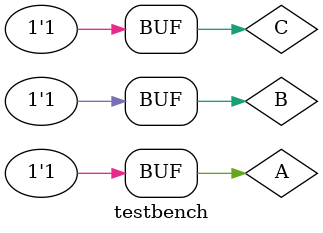
<source format=v>
	
	`timescale 1ns/10ps
	
	module testbench;
	wire F;
	reg A, B, C;
	mux_2x1 dut(.A(A), .B(B), .C(C), .F(F));

	initial begin
		A=1'b0;
		B=1'b0;
		C=1'b0;
		#20;
		
		A=1'b0;
		B=1'b0;
		C=1'b1;
		#20;
		
		A=1'b0;
		B=1'b1;
		C=1'b0;
		#20;
		
		A=1'b0;
		B=1'b1;
		C=1'b1;
		#20;
		
		A=1'b1;
		B=1'b0;
		C=1'b0;
		#20;
		
		A=1'b1;
		B=1'b0;
		C=1'b1;
		#20;
		
		A=1'b1;
		B=1'b1;
		C=1'b0;
		#20;
		
		A=1'b1;
		B=1'b1;
		C=1'b1;
		#20;
	end
	endmodule

</source>
